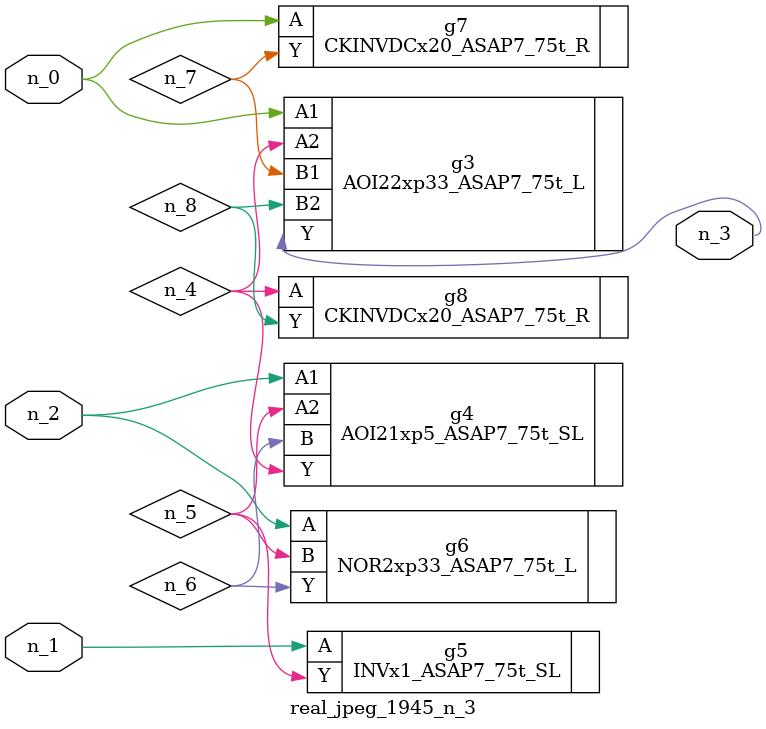
<source format=v>
module real_jpeg_1945_n_3 (n_1, n_0, n_2, n_3);

input n_1;
input n_0;
input n_2;

output n_3;

wire n_5;
wire n_8;
wire n_4;
wire n_6;
wire n_7;

AOI22xp33_ASAP7_75t_L g3 ( 
.A1(n_0),
.A2(n_4),
.B1(n_7),
.B2(n_8),
.Y(n_3)
);

CKINVDCx20_ASAP7_75t_R g7 ( 
.A(n_0),
.Y(n_7)
);

INVx1_ASAP7_75t_SL g5 ( 
.A(n_1),
.Y(n_5)
);

AOI21xp5_ASAP7_75t_SL g4 ( 
.A1(n_2),
.A2(n_5),
.B(n_6),
.Y(n_4)
);

NOR2xp33_ASAP7_75t_L g6 ( 
.A(n_2),
.B(n_5),
.Y(n_6)
);

CKINVDCx20_ASAP7_75t_R g8 ( 
.A(n_4),
.Y(n_8)
);


endmodule
</source>
